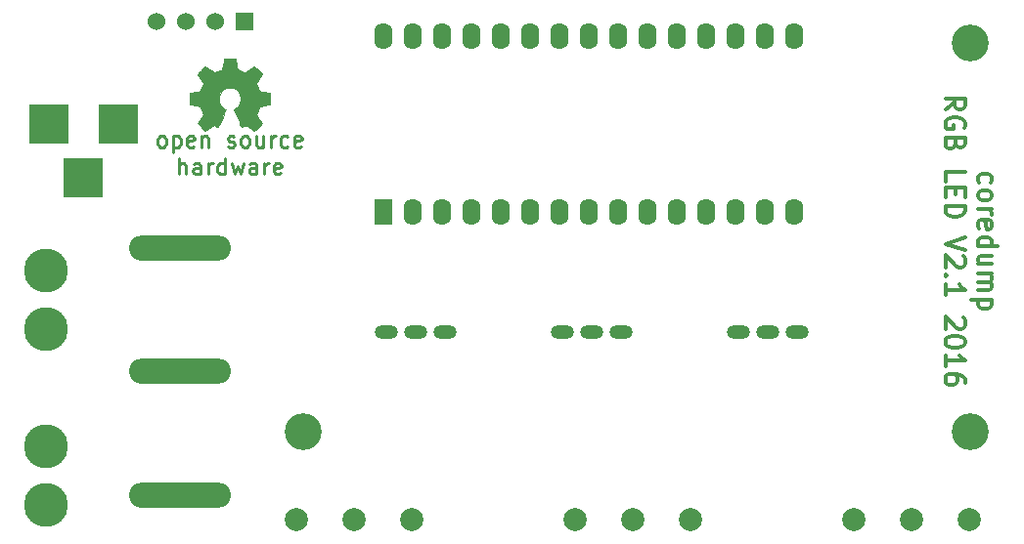
<source format=gts>
G04 #@! TF.FileFunction,Soldermask,Top*
%FSLAX46Y46*%
G04 Gerber Fmt 4.6, Leading zero omitted, Abs format (unit mm)*
G04 Created by KiCad (PCBNEW 4.0.3-stable) date Mon Sep 19 23:01:39 2016*
%MOMM*%
%LPD*%
G01*
G04 APERTURE LIST*
%ADD10C,0.150000*%
%ADD11C,0.250000*%
%ADD12C,0.300000*%
%ADD13C,0.002540*%
%ADD14O,8.800000X2.200000*%
%ADD15C,2.000000*%
%ADD16R,1.524000X1.524000*%
%ADD17C,1.524000*%
%ADD18O,1.574800X2.286000*%
%ADD19R,1.574800X2.286000*%
%ADD20C,3.810000*%
%ADD21O,2.000000X1.200000*%
%ADD22R,3.500120X3.500120*%
%ADD23C,3.200000*%
G04 APERTURE END LIST*
D10*
D11*
X32768332Y-33748333D02*
X32634999Y-33681667D01*
X32568332Y-33615000D01*
X32501666Y-33481667D01*
X32501666Y-33081667D01*
X32568332Y-32948333D01*
X32634999Y-32881667D01*
X32768332Y-32815000D01*
X32968332Y-32815000D01*
X33101666Y-32881667D01*
X33168332Y-32948333D01*
X33234999Y-33081667D01*
X33234999Y-33481667D01*
X33168332Y-33615000D01*
X33101666Y-33681667D01*
X32968332Y-33748333D01*
X32768332Y-33748333D01*
X33834999Y-32815000D02*
X33834999Y-34215000D01*
X33834999Y-32881667D02*
X33968333Y-32815000D01*
X34234999Y-32815000D01*
X34368333Y-32881667D01*
X34434999Y-32948333D01*
X34501666Y-33081667D01*
X34501666Y-33481667D01*
X34434999Y-33615000D01*
X34368333Y-33681667D01*
X34234999Y-33748333D01*
X33968333Y-33748333D01*
X33834999Y-33681667D01*
X35635000Y-33681667D02*
X35501666Y-33748333D01*
X35235000Y-33748333D01*
X35101666Y-33681667D01*
X35035000Y-33548333D01*
X35035000Y-33015000D01*
X35101666Y-32881667D01*
X35235000Y-32815000D01*
X35501666Y-32815000D01*
X35635000Y-32881667D01*
X35701666Y-33015000D01*
X35701666Y-33148333D01*
X35035000Y-33281667D01*
X36301666Y-32815000D02*
X36301666Y-33748333D01*
X36301666Y-32948333D02*
X36368333Y-32881667D01*
X36501666Y-32815000D01*
X36701666Y-32815000D01*
X36835000Y-32881667D01*
X36901666Y-33015000D01*
X36901666Y-33748333D01*
X38568334Y-33681667D02*
X38701667Y-33748333D01*
X38968334Y-33748333D01*
X39101667Y-33681667D01*
X39168334Y-33548333D01*
X39168334Y-33481667D01*
X39101667Y-33348333D01*
X38968334Y-33281667D01*
X38768334Y-33281667D01*
X38635000Y-33215000D01*
X38568334Y-33081667D01*
X38568334Y-33015000D01*
X38635000Y-32881667D01*
X38768334Y-32815000D01*
X38968334Y-32815000D01*
X39101667Y-32881667D01*
X39968333Y-33748333D02*
X39835000Y-33681667D01*
X39768333Y-33615000D01*
X39701667Y-33481667D01*
X39701667Y-33081667D01*
X39768333Y-32948333D01*
X39835000Y-32881667D01*
X39968333Y-32815000D01*
X40168333Y-32815000D01*
X40301667Y-32881667D01*
X40368333Y-32948333D01*
X40435000Y-33081667D01*
X40435000Y-33481667D01*
X40368333Y-33615000D01*
X40301667Y-33681667D01*
X40168333Y-33748333D01*
X39968333Y-33748333D01*
X41635000Y-32815000D02*
X41635000Y-33748333D01*
X41035000Y-32815000D02*
X41035000Y-33548333D01*
X41101667Y-33681667D01*
X41235000Y-33748333D01*
X41435000Y-33748333D01*
X41568334Y-33681667D01*
X41635000Y-33615000D01*
X42301667Y-33748333D02*
X42301667Y-32815000D01*
X42301667Y-33081667D02*
X42368334Y-32948333D01*
X42435001Y-32881667D01*
X42568334Y-32815000D01*
X42701667Y-32815000D01*
X43768334Y-33681667D02*
X43635001Y-33748333D01*
X43368334Y-33748333D01*
X43235001Y-33681667D01*
X43168334Y-33615000D01*
X43101668Y-33481667D01*
X43101668Y-33081667D01*
X43168334Y-32948333D01*
X43235001Y-32881667D01*
X43368334Y-32815000D01*
X43635001Y-32815000D01*
X43768334Y-32881667D01*
X44901668Y-33681667D02*
X44768334Y-33748333D01*
X44501668Y-33748333D01*
X44368334Y-33681667D01*
X44301668Y-33548333D01*
X44301668Y-33015000D01*
X44368334Y-32881667D01*
X44501668Y-32815000D01*
X44768334Y-32815000D01*
X44901668Y-32881667D01*
X44968334Y-33015000D01*
X44968334Y-33148333D01*
X44301668Y-33281667D01*
X34334999Y-36098333D02*
X34334999Y-34698333D01*
X34934999Y-36098333D02*
X34934999Y-35365000D01*
X34868333Y-35231667D01*
X34734999Y-35165000D01*
X34534999Y-35165000D01*
X34401666Y-35231667D01*
X34334999Y-35298333D01*
X36201666Y-36098333D02*
X36201666Y-35365000D01*
X36135000Y-35231667D01*
X36001666Y-35165000D01*
X35735000Y-35165000D01*
X35601666Y-35231667D01*
X36201666Y-36031667D02*
X36068333Y-36098333D01*
X35735000Y-36098333D01*
X35601666Y-36031667D01*
X35535000Y-35898333D01*
X35535000Y-35765000D01*
X35601666Y-35631667D01*
X35735000Y-35565000D01*
X36068333Y-35565000D01*
X36201666Y-35498333D01*
X36868333Y-36098333D02*
X36868333Y-35165000D01*
X36868333Y-35431667D02*
X36935000Y-35298333D01*
X37001667Y-35231667D01*
X37135000Y-35165000D01*
X37268333Y-35165000D01*
X38335000Y-36098333D02*
X38335000Y-34698333D01*
X38335000Y-36031667D02*
X38201667Y-36098333D01*
X37935000Y-36098333D01*
X37801667Y-36031667D01*
X37735000Y-35965000D01*
X37668334Y-35831667D01*
X37668334Y-35431667D01*
X37735000Y-35298333D01*
X37801667Y-35231667D01*
X37935000Y-35165000D01*
X38201667Y-35165000D01*
X38335000Y-35231667D01*
X38868334Y-35165000D02*
X39135001Y-36098333D01*
X39401667Y-35431667D01*
X39668334Y-36098333D01*
X39935001Y-35165000D01*
X41068334Y-36098333D02*
X41068334Y-35365000D01*
X41001668Y-35231667D01*
X40868334Y-35165000D01*
X40601668Y-35165000D01*
X40468334Y-35231667D01*
X41068334Y-36031667D02*
X40935001Y-36098333D01*
X40601668Y-36098333D01*
X40468334Y-36031667D01*
X40401668Y-35898333D01*
X40401668Y-35765000D01*
X40468334Y-35631667D01*
X40601668Y-35565000D01*
X40935001Y-35565000D01*
X41068334Y-35498333D01*
X41735001Y-36098333D02*
X41735001Y-35165000D01*
X41735001Y-35431667D02*
X41801668Y-35298333D01*
X41868335Y-35231667D01*
X42001668Y-35165000D01*
X42135001Y-35165000D01*
X43135002Y-36031667D02*
X43001668Y-36098333D01*
X42735002Y-36098333D01*
X42601668Y-36031667D01*
X42535002Y-35898333D01*
X42535002Y-35365000D01*
X42601668Y-35231667D01*
X42735002Y-35165000D01*
X43001668Y-35165000D01*
X43135002Y-35231667D01*
X43201668Y-35365000D01*
X43201668Y-35498333D01*
X42535002Y-35631667D01*
D12*
X103606905Y-36850476D02*
X103525952Y-36688572D01*
X103525952Y-36364762D01*
X103606905Y-36202857D01*
X103687857Y-36121905D01*
X103849762Y-36040953D01*
X104335476Y-36040953D01*
X104497381Y-36121905D01*
X104578333Y-36202857D01*
X104659286Y-36364762D01*
X104659286Y-36688572D01*
X104578333Y-36850476D01*
X103525952Y-37821905D02*
X103606905Y-37660000D01*
X103687857Y-37579048D01*
X103849762Y-37498096D01*
X104335476Y-37498096D01*
X104497381Y-37579048D01*
X104578333Y-37660000D01*
X104659286Y-37821905D01*
X104659286Y-38064762D01*
X104578333Y-38226667D01*
X104497381Y-38307619D01*
X104335476Y-38388572D01*
X103849762Y-38388572D01*
X103687857Y-38307619D01*
X103606905Y-38226667D01*
X103525952Y-38064762D01*
X103525952Y-37821905D01*
X103525952Y-39117143D02*
X104659286Y-39117143D01*
X104335476Y-39117143D02*
X104497381Y-39198095D01*
X104578333Y-39279048D01*
X104659286Y-39440952D01*
X104659286Y-39602857D01*
X103606905Y-40817143D02*
X103525952Y-40655238D01*
X103525952Y-40331429D01*
X103606905Y-40169524D01*
X103768810Y-40088572D01*
X104416429Y-40088572D01*
X104578333Y-40169524D01*
X104659286Y-40331429D01*
X104659286Y-40655238D01*
X104578333Y-40817143D01*
X104416429Y-40898095D01*
X104254524Y-40898095D01*
X104092619Y-40088572D01*
X103525952Y-42355238D02*
X105225952Y-42355238D01*
X103606905Y-42355238D02*
X103525952Y-42193334D01*
X103525952Y-41869524D01*
X103606905Y-41707619D01*
X103687857Y-41626667D01*
X103849762Y-41545715D01*
X104335476Y-41545715D01*
X104497381Y-41626667D01*
X104578333Y-41707619D01*
X104659286Y-41869524D01*
X104659286Y-42193334D01*
X104578333Y-42355238D01*
X104659286Y-43893333D02*
X103525952Y-43893333D01*
X104659286Y-43164762D02*
X103768810Y-43164762D01*
X103606905Y-43245714D01*
X103525952Y-43407619D01*
X103525952Y-43650476D01*
X103606905Y-43812381D01*
X103687857Y-43893333D01*
X103525952Y-44702857D02*
X104659286Y-44702857D01*
X104497381Y-44702857D02*
X104578333Y-44783809D01*
X104659286Y-44945714D01*
X104659286Y-45188571D01*
X104578333Y-45350476D01*
X104416429Y-45431428D01*
X103525952Y-45431428D01*
X104416429Y-45431428D02*
X104578333Y-45512381D01*
X104659286Y-45674285D01*
X104659286Y-45917143D01*
X104578333Y-46079047D01*
X104416429Y-46160000D01*
X103525952Y-46160000D01*
X104659286Y-46969524D02*
X102959286Y-46969524D01*
X104578333Y-46969524D02*
X104659286Y-47131429D01*
X104659286Y-47455238D01*
X104578333Y-47617143D01*
X104497381Y-47698095D01*
X104335476Y-47779048D01*
X103849762Y-47779048D01*
X103687857Y-47698095D01*
X103606905Y-47617143D01*
X103525952Y-47455238D01*
X103525952Y-47131429D01*
X103606905Y-46969524D01*
X100675952Y-30495713D02*
X101485476Y-29929047D01*
X100675952Y-29524285D02*
X102375952Y-29524285D01*
X102375952Y-30171904D01*
X102295000Y-30333809D01*
X102214048Y-30414761D01*
X102052143Y-30495713D01*
X101809286Y-30495713D01*
X101647381Y-30414761D01*
X101566429Y-30333809D01*
X101485476Y-30171904D01*
X101485476Y-29524285D01*
X102295000Y-32114761D02*
X102375952Y-31952856D01*
X102375952Y-31709999D01*
X102295000Y-31467142D01*
X102133095Y-31305237D01*
X101971190Y-31224285D01*
X101647381Y-31143333D01*
X101404524Y-31143333D01*
X101080714Y-31224285D01*
X100918810Y-31305237D01*
X100756905Y-31467142D01*
X100675952Y-31709999D01*
X100675952Y-31871904D01*
X100756905Y-32114761D01*
X100837857Y-32195713D01*
X101404524Y-32195713D01*
X101404524Y-31871904D01*
X101566429Y-33490952D02*
X101485476Y-33733809D01*
X101404524Y-33814761D01*
X101242619Y-33895713D01*
X100999762Y-33895713D01*
X100837857Y-33814761D01*
X100756905Y-33733809D01*
X100675952Y-33571904D01*
X100675952Y-32924285D01*
X102375952Y-32924285D01*
X102375952Y-33490952D01*
X102295000Y-33652856D01*
X102214048Y-33733809D01*
X102052143Y-33814761D01*
X101890238Y-33814761D01*
X101728333Y-33733809D01*
X101647381Y-33652856D01*
X101566429Y-33490952D01*
X101566429Y-32924285D01*
X100675952Y-36729047D02*
X100675952Y-35919523D01*
X102375952Y-35919523D01*
X101566429Y-37295713D02*
X101566429Y-37862380D01*
X100675952Y-38105237D02*
X100675952Y-37295713D01*
X102375952Y-37295713D01*
X102375952Y-38105237D01*
X100675952Y-38833808D02*
X102375952Y-38833808D01*
X102375952Y-39238570D01*
X102295000Y-39481427D01*
X102133095Y-39643332D01*
X101971190Y-39724284D01*
X101647381Y-39805236D01*
X101404524Y-39805236D01*
X101080714Y-39724284D01*
X100918810Y-39643332D01*
X100756905Y-39481427D01*
X100675952Y-39238570D01*
X100675952Y-38833808D01*
X102375952Y-41586189D02*
X100675952Y-42152855D01*
X102375952Y-42719522D01*
X102214048Y-43205237D02*
X102295000Y-43286189D01*
X102375952Y-43448094D01*
X102375952Y-43852856D01*
X102295000Y-44014760D01*
X102214048Y-44095713D01*
X102052143Y-44176665D01*
X101890238Y-44176665D01*
X101647381Y-44095713D01*
X100675952Y-43124284D01*
X100675952Y-44176665D01*
X100837857Y-44905237D02*
X100756905Y-44986189D01*
X100675952Y-44905237D01*
X100756905Y-44824285D01*
X100837857Y-44905237D01*
X100675952Y-44905237D01*
X100675952Y-46605237D02*
X100675952Y-45633809D01*
X100675952Y-46119523D02*
X102375952Y-46119523D01*
X102133095Y-45957618D01*
X101971190Y-45795713D01*
X101890238Y-45633809D01*
X102214048Y-48548095D02*
X102295000Y-48629047D01*
X102375952Y-48790952D01*
X102375952Y-49195714D01*
X102295000Y-49357618D01*
X102214048Y-49438571D01*
X102052143Y-49519523D01*
X101890238Y-49519523D01*
X101647381Y-49438571D01*
X100675952Y-48467142D01*
X100675952Y-49519523D01*
X102375952Y-50571904D02*
X102375952Y-50733809D01*
X102295000Y-50895714D01*
X102214048Y-50976666D01*
X102052143Y-51057619D01*
X101728333Y-51138571D01*
X101323571Y-51138571D01*
X100999762Y-51057619D01*
X100837857Y-50976666D01*
X100756905Y-50895714D01*
X100675952Y-50733809D01*
X100675952Y-50571904D01*
X100756905Y-50410000D01*
X100837857Y-50329047D01*
X100999762Y-50248095D01*
X101323571Y-50167143D01*
X101728333Y-50167143D01*
X102052143Y-50248095D01*
X102214048Y-50329047D01*
X102295000Y-50410000D01*
X102375952Y-50571904D01*
X100675952Y-52757619D02*
X100675952Y-51786191D01*
X100675952Y-52271905D02*
X102375952Y-52271905D01*
X102133095Y-52110000D01*
X101971190Y-51948095D01*
X101890238Y-51786191D01*
X102375952Y-54214762D02*
X102375952Y-53890953D01*
X102295000Y-53729048D01*
X102214048Y-53648096D01*
X101971190Y-53486191D01*
X101647381Y-53405239D01*
X100999762Y-53405239D01*
X100837857Y-53486191D01*
X100756905Y-53567143D01*
X100675952Y-53729048D01*
X100675952Y-54052858D01*
X100756905Y-54214762D01*
X100837857Y-54295715D01*
X100999762Y-54376667D01*
X101404524Y-54376667D01*
X101566429Y-54295715D01*
X101647381Y-54214762D01*
X101728333Y-54052858D01*
X101728333Y-53729048D01*
X101647381Y-53567143D01*
X101566429Y-53486191D01*
X101404524Y-53405239D01*
D13*
G36*
X36614100Y-32354520D02*
X36649660Y-32334200D01*
X36733480Y-32283400D01*
X36850320Y-32207200D01*
X36987480Y-32113220D01*
X37127180Y-32019240D01*
X37238940Y-31943040D01*
X37320220Y-31892240D01*
X37353240Y-31874460D01*
X37371020Y-31879540D01*
X37437060Y-31912560D01*
X37533580Y-31960820D01*
X37586920Y-31991300D01*
X37675820Y-32029400D01*
X37719000Y-32037020D01*
X37726620Y-32024320D01*
X37759640Y-31955740D01*
X37810440Y-31841440D01*
X37876480Y-31691580D01*
X37950140Y-31513780D01*
X38031420Y-31320740D01*
X38112700Y-31125160D01*
X38191440Y-30939740D01*
X38260020Y-30772100D01*
X38313360Y-30634940D01*
X38351460Y-30540960D01*
X38364160Y-30500320D01*
X38359080Y-30492700D01*
X38315900Y-30449520D01*
X38239700Y-30391100D01*
X38074600Y-30256480D01*
X37909500Y-30053280D01*
X37810440Y-29822140D01*
X37777420Y-29563060D01*
X37805360Y-29324300D01*
X37899340Y-29095700D01*
X38059360Y-28889960D01*
X38252400Y-28737560D01*
X38481000Y-28638500D01*
X38735000Y-28608020D01*
X38978840Y-28635960D01*
X39212520Y-28727400D01*
X39418260Y-28884880D01*
X39507160Y-28986480D01*
X39626540Y-29194760D01*
X39695120Y-29418280D01*
X39702740Y-29474160D01*
X39692580Y-29720540D01*
X39618920Y-29956760D01*
X39489380Y-30167580D01*
X39309040Y-30340300D01*
X39286180Y-30355540D01*
X39202360Y-30419040D01*
X39146480Y-30462220D01*
X39103300Y-30497780D01*
X39415720Y-31249620D01*
X39466520Y-31371540D01*
X39552880Y-31577280D01*
X39629080Y-31755080D01*
X39687500Y-31894780D01*
X39730680Y-31988760D01*
X39748460Y-32026860D01*
X39751000Y-32029400D01*
X39778940Y-32034480D01*
X39834820Y-32014160D01*
X39941500Y-31963360D01*
X40010080Y-31927800D01*
X40091360Y-31887160D01*
X40126920Y-31874460D01*
X40157400Y-31889700D01*
X40233600Y-31940500D01*
X40345360Y-32014160D01*
X40479980Y-32105600D01*
X40609520Y-32194500D01*
X40726360Y-32270700D01*
X40812720Y-32326580D01*
X40853360Y-32349440D01*
X40860980Y-32349440D01*
X40899080Y-32329120D01*
X40965120Y-32270700D01*
X41069260Y-32174180D01*
X41214040Y-32031940D01*
X41236900Y-32009080D01*
X41356280Y-31887160D01*
X41452800Y-31785560D01*
X41516300Y-31714440D01*
X41541700Y-31681420D01*
X41541700Y-31681420D01*
X41518840Y-31640780D01*
X41465500Y-31554420D01*
X41386760Y-31435040D01*
X41290240Y-31295340D01*
X41041320Y-30932120D01*
X41178480Y-30589220D01*
X41221660Y-30485080D01*
X41275000Y-30358080D01*
X41313100Y-30266640D01*
X41333420Y-30228540D01*
X41371520Y-30213300D01*
X41465500Y-30192980D01*
X41600120Y-30165040D01*
X41762680Y-30134560D01*
X41917620Y-30104080D01*
X42057320Y-30078680D01*
X42156380Y-30058360D01*
X42202100Y-30050740D01*
X42212260Y-30043120D01*
X42222420Y-30022800D01*
X42227500Y-29974540D01*
X42232580Y-29890720D01*
X42232580Y-29756100D01*
X42232580Y-29563060D01*
X42232580Y-29542740D01*
X42232580Y-29357320D01*
X42227500Y-29212540D01*
X42222420Y-29116020D01*
X42217340Y-29077920D01*
X42217340Y-29077920D01*
X42174160Y-29067760D01*
X42075100Y-29047440D01*
X41935400Y-29019500D01*
X41770300Y-28989020D01*
X41760140Y-28986480D01*
X41592500Y-28953460D01*
X41455340Y-28925520D01*
X41358820Y-28902660D01*
X41315640Y-28889960D01*
X41308020Y-28879800D01*
X41275000Y-28813760D01*
X41226740Y-28712160D01*
X41173400Y-28585160D01*
X41117520Y-28455620D01*
X41071800Y-28338780D01*
X41041320Y-28252420D01*
X41031160Y-28211780D01*
X41031160Y-28211780D01*
X41056560Y-28171140D01*
X41112440Y-28087320D01*
X41193720Y-27967940D01*
X41290240Y-27825700D01*
X41297860Y-27815540D01*
X41391840Y-27675840D01*
X41470580Y-27556460D01*
X41521380Y-27472640D01*
X41541700Y-27434540D01*
X41539160Y-27432000D01*
X41508680Y-27391360D01*
X41437560Y-27310080D01*
X41335960Y-27203400D01*
X41211500Y-27081480D01*
X41173400Y-27043380D01*
X41038780Y-26908760D01*
X40942260Y-26822400D01*
X40883840Y-26776680D01*
X40855900Y-26766520D01*
X40855900Y-26766520D01*
X40812720Y-26791920D01*
X40723820Y-26850340D01*
X40604440Y-26931620D01*
X40462200Y-27028140D01*
X40452040Y-27033220D01*
X40312340Y-27129740D01*
X40195500Y-27208480D01*
X40114220Y-27264360D01*
X40078660Y-27284680D01*
X40071040Y-27284680D01*
X40015160Y-27269440D01*
X39916100Y-27233880D01*
X39791640Y-27185620D01*
X39662100Y-27134820D01*
X39545260Y-27084020D01*
X39456360Y-27043380D01*
X39415720Y-27020520D01*
X39413180Y-27017980D01*
X39400480Y-26967180D01*
X39375080Y-26863040D01*
X39344600Y-26718260D01*
X39314120Y-26548080D01*
X39309040Y-26520140D01*
X39276020Y-26355040D01*
X39250620Y-26215340D01*
X39230300Y-26121360D01*
X39220140Y-26080720D01*
X39197280Y-26075640D01*
X39116000Y-26070560D01*
X38991540Y-26068020D01*
X38839140Y-26065480D01*
X38681660Y-26065480D01*
X38526720Y-26070560D01*
X38394640Y-26075640D01*
X38300660Y-26080720D01*
X38262560Y-26088340D01*
X38260020Y-26090880D01*
X38244780Y-26141680D01*
X38221920Y-26248360D01*
X38193980Y-26393140D01*
X38160960Y-26563320D01*
X38155880Y-26593800D01*
X38122860Y-26761440D01*
X38094920Y-26898600D01*
X38074600Y-26990040D01*
X38064440Y-27028140D01*
X38049200Y-27035760D01*
X37980620Y-27066240D01*
X37868860Y-27111960D01*
X37731700Y-27167840D01*
X37411660Y-27297380D01*
X37017960Y-27028140D01*
X36982400Y-27005280D01*
X36840160Y-26908760D01*
X36725860Y-26830020D01*
X36644580Y-26779220D01*
X36611560Y-26758900D01*
X36609020Y-26761440D01*
X36568380Y-26794460D01*
X36489640Y-26868120D01*
X36385500Y-26972260D01*
X36261040Y-27094180D01*
X36169600Y-27185620D01*
X36060380Y-27297380D01*
X35991800Y-27371040D01*
X35956240Y-27419300D01*
X35941000Y-27447240D01*
X35946080Y-27465020D01*
X35971480Y-27505660D01*
X36027360Y-27592020D01*
X36108640Y-27711400D01*
X36205160Y-27851100D01*
X36283900Y-27967940D01*
X36367720Y-28100020D01*
X36423600Y-28194000D01*
X36443920Y-28239720D01*
X36438840Y-28257500D01*
X36410900Y-28336240D01*
X36365180Y-28450540D01*
X36304220Y-28590240D01*
X36169600Y-28900120D01*
X35963860Y-28940760D01*
X35841940Y-28963620D01*
X35669220Y-28996640D01*
X35504120Y-29029660D01*
X35245040Y-29077920D01*
X35234880Y-30025340D01*
X35275520Y-30043120D01*
X35313620Y-30053280D01*
X35410140Y-30073600D01*
X35547300Y-30101540D01*
X35707320Y-30132020D01*
X35844480Y-30157420D01*
X35981640Y-30185360D01*
X36080700Y-30203140D01*
X36126420Y-30213300D01*
X36136580Y-30228540D01*
X36172140Y-30294580D01*
X36220400Y-30401260D01*
X36276280Y-30528260D01*
X36332160Y-30662880D01*
X36380420Y-30784800D01*
X36413440Y-30878780D01*
X36426140Y-30927040D01*
X36408360Y-30962600D01*
X36355020Y-31043880D01*
X36278820Y-31160720D01*
X36184840Y-31297880D01*
X36090860Y-31435040D01*
X36012120Y-31551880D01*
X35956240Y-31635700D01*
X35933380Y-31673800D01*
X35946080Y-31701740D01*
X35999420Y-31767780D01*
X36103560Y-31874460D01*
X36258500Y-32026860D01*
X36283900Y-32052260D01*
X36405820Y-32169100D01*
X36509960Y-32265620D01*
X36581080Y-32329120D01*
X36614100Y-32354520D01*
X36614100Y-32354520D01*
G37*
X36614100Y-32354520D02*
X36649660Y-32334200D01*
X36733480Y-32283400D01*
X36850320Y-32207200D01*
X36987480Y-32113220D01*
X37127180Y-32019240D01*
X37238940Y-31943040D01*
X37320220Y-31892240D01*
X37353240Y-31874460D01*
X37371020Y-31879540D01*
X37437060Y-31912560D01*
X37533580Y-31960820D01*
X37586920Y-31991300D01*
X37675820Y-32029400D01*
X37719000Y-32037020D01*
X37726620Y-32024320D01*
X37759640Y-31955740D01*
X37810440Y-31841440D01*
X37876480Y-31691580D01*
X37950140Y-31513780D01*
X38031420Y-31320740D01*
X38112700Y-31125160D01*
X38191440Y-30939740D01*
X38260020Y-30772100D01*
X38313360Y-30634940D01*
X38351460Y-30540960D01*
X38364160Y-30500320D01*
X38359080Y-30492700D01*
X38315900Y-30449520D01*
X38239700Y-30391100D01*
X38074600Y-30256480D01*
X37909500Y-30053280D01*
X37810440Y-29822140D01*
X37777420Y-29563060D01*
X37805360Y-29324300D01*
X37899340Y-29095700D01*
X38059360Y-28889960D01*
X38252400Y-28737560D01*
X38481000Y-28638500D01*
X38735000Y-28608020D01*
X38978840Y-28635960D01*
X39212520Y-28727400D01*
X39418260Y-28884880D01*
X39507160Y-28986480D01*
X39626540Y-29194760D01*
X39695120Y-29418280D01*
X39702740Y-29474160D01*
X39692580Y-29720540D01*
X39618920Y-29956760D01*
X39489380Y-30167580D01*
X39309040Y-30340300D01*
X39286180Y-30355540D01*
X39202360Y-30419040D01*
X39146480Y-30462220D01*
X39103300Y-30497780D01*
X39415720Y-31249620D01*
X39466520Y-31371540D01*
X39552880Y-31577280D01*
X39629080Y-31755080D01*
X39687500Y-31894780D01*
X39730680Y-31988760D01*
X39748460Y-32026860D01*
X39751000Y-32029400D01*
X39778940Y-32034480D01*
X39834820Y-32014160D01*
X39941500Y-31963360D01*
X40010080Y-31927800D01*
X40091360Y-31887160D01*
X40126920Y-31874460D01*
X40157400Y-31889700D01*
X40233600Y-31940500D01*
X40345360Y-32014160D01*
X40479980Y-32105600D01*
X40609520Y-32194500D01*
X40726360Y-32270700D01*
X40812720Y-32326580D01*
X40853360Y-32349440D01*
X40860980Y-32349440D01*
X40899080Y-32329120D01*
X40965120Y-32270700D01*
X41069260Y-32174180D01*
X41214040Y-32031940D01*
X41236900Y-32009080D01*
X41356280Y-31887160D01*
X41452800Y-31785560D01*
X41516300Y-31714440D01*
X41541700Y-31681420D01*
X41541700Y-31681420D01*
X41518840Y-31640780D01*
X41465500Y-31554420D01*
X41386760Y-31435040D01*
X41290240Y-31295340D01*
X41041320Y-30932120D01*
X41178480Y-30589220D01*
X41221660Y-30485080D01*
X41275000Y-30358080D01*
X41313100Y-30266640D01*
X41333420Y-30228540D01*
X41371520Y-30213300D01*
X41465500Y-30192980D01*
X41600120Y-30165040D01*
X41762680Y-30134560D01*
X41917620Y-30104080D01*
X42057320Y-30078680D01*
X42156380Y-30058360D01*
X42202100Y-30050740D01*
X42212260Y-30043120D01*
X42222420Y-30022800D01*
X42227500Y-29974540D01*
X42232580Y-29890720D01*
X42232580Y-29756100D01*
X42232580Y-29563060D01*
X42232580Y-29542740D01*
X42232580Y-29357320D01*
X42227500Y-29212540D01*
X42222420Y-29116020D01*
X42217340Y-29077920D01*
X42217340Y-29077920D01*
X42174160Y-29067760D01*
X42075100Y-29047440D01*
X41935400Y-29019500D01*
X41770300Y-28989020D01*
X41760140Y-28986480D01*
X41592500Y-28953460D01*
X41455340Y-28925520D01*
X41358820Y-28902660D01*
X41315640Y-28889960D01*
X41308020Y-28879800D01*
X41275000Y-28813760D01*
X41226740Y-28712160D01*
X41173400Y-28585160D01*
X41117520Y-28455620D01*
X41071800Y-28338780D01*
X41041320Y-28252420D01*
X41031160Y-28211780D01*
X41031160Y-28211780D01*
X41056560Y-28171140D01*
X41112440Y-28087320D01*
X41193720Y-27967940D01*
X41290240Y-27825700D01*
X41297860Y-27815540D01*
X41391840Y-27675840D01*
X41470580Y-27556460D01*
X41521380Y-27472640D01*
X41541700Y-27434540D01*
X41539160Y-27432000D01*
X41508680Y-27391360D01*
X41437560Y-27310080D01*
X41335960Y-27203400D01*
X41211500Y-27081480D01*
X41173400Y-27043380D01*
X41038780Y-26908760D01*
X40942260Y-26822400D01*
X40883840Y-26776680D01*
X40855900Y-26766520D01*
X40855900Y-26766520D01*
X40812720Y-26791920D01*
X40723820Y-26850340D01*
X40604440Y-26931620D01*
X40462200Y-27028140D01*
X40452040Y-27033220D01*
X40312340Y-27129740D01*
X40195500Y-27208480D01*
X40114220Y-27264360D01*
X40078660Y-27284680D01*
X40071040Y-27284680D01*
X40015160Y-27269440D01*
X39916100Y-27233880D01*
X39791640Y-27185620D01*
X39662100Y-27134820D01*
X39545260Y-27084020D01*
X39456360Y-27043380D01*
X39415720Y-27020520D01*
X39413180Y-27017980D01*
X39400480Y-26967180D01*
X39375080Y-26863040D01*
X39344600Y-26718260D01*
X39314120Y-26548080D01*
X39309040Y-26520140D01*
X39276020Y-26355040D01*
X39250620Y-26215340D01*
X39230300Y-26121360D01*
X39220140Y-26080720D01*
X39197280Y-26075640D01*
X39116000Y-26070560D01*
X38991540Y-26068020D01*
X38839140Y-26065480D01*
X38681660Y-26065480D01*
X38526720Y-26070560D01*
X38394640Y-26075640D01*
X38300660Y-26080720D01*
X38262560Y-26088340D01*
X38260020Y-26090880D01*
X38244780Y-26141680D01*
X38221920Y-26248360D01*
X38193980Y-26393140D01*
X38160960Y-26563320D01*
X38155880Y-26593800D01*
X38122860Y-26761440D01*
X38094920Y-26898600D01*
X38074600Y-26990040D01*
X38064440Y-27028140D01*
X38049200Y-27035760D01*
X37980620Y-27066240D01*
X37868860Y-27111960D01*
X37731700Y-27167840D01*
X37411660Y-27297380D01*
X37017960Y-27028140D01*
X36982400Y-27005280D01*
X36840160Y-26908760D01*
X36725860Y-26830020D01*
X36644580Y-26779220D01*
X36611560Y-26758900D01*
X36609020Y-26761440D01*
X36568380Y-26794460D01*
X36489640Y-26868120D01*
X36385500Y-26972260D01*
X36261040Y-27094180D01*
X36169600Y-27185620D01*
X36060380Y-27297380D01*
X35991800Y-27371040D01*
X35956240Y-27419300D01*
X35941000Y-27447240D01*
X35946080Y-27465020D01*
X35971480Y-27505660D01*
X36027360Y-27592020D01*
X36108640Y-27711400D01*
X36205160Y-27851100D01*
X36283900Y-27967940D01*
X36367720Y-28100020D01*
X36423600Y-28194000D01*
X36443920Y-28239720D01*
X36438840Y-28257500D01*
X36410900Y-28336240D01*
X36365180Y-28450540D01*
X36304220Y-28590240D01*
X36169600Y-28900120D01*
X35963860Y-28940760D01*
X35841940Y-28963620D01*
X35669220Y-28996640D01*
X35504120Y-29029660D01*
X35245040Y-29077920D01*
X35234880Y-30025340D01*
X35275520Y-30043120D01*
X35313620Y-30053280D01*
X35410140Y-30073600D01*
X35547300Y-30101540D01*
X35707320Y-30132020D01*
X35844480Y-30157420D01*
X35981640Y-30185360D01*
X36080700Y-30203140D01*
X36126420Y-30213300D01*
X36136580Y-30228540D01*
X36172140Y-30294580D01*
X36220400Y-30401260D01*
X36276280Y-30528260D01*
X36332160Y-30662880D01*
X36380420Y-30784800D01*
X36413440Y-30878780D01*
X36426140Y-30927040D01*
X36408360Y-30962600D01*
X36355020Y-31043880D01*
X36278820Y-31160720D01*
X36184840Y-31297880D01*
X36090860Y-31435040D01*
X36012120Y-31551880D01*
X35956240Y-31635700D01*
X35933380Y-31673800D01*
X35946080Y-31701740D01*
X35999420Y-31767780D01*
X36103560Y-31874460D01*
X36258500Y-32026860D01*
X36283900Y-32052260D01*
X36405820Y-32169100D01*
X36509960Y-32265620D01*
X36581080Y-32329120D01*
X36614100Y-32354520D01*
D14*
X34460000Y-63910000D03*
X34460000Y-53210000D03*
X34460000Y-42510000D03*
D15*
X44530000Y-66040000D03*
X49530000Y-66040000D03*
X54530000Y-66040000D03*
D16*
X40005000Y-22860000D03*
D17*
X37465000Y-22860000D03*
X34925000Y-22860000D03*
X32385000Y-22860000D03*
D18*
X87630000Y-24130000D03*
X85090000Y-24130000D03*
X82550000Y-24130000D03*
X80010000Y-24130000D03*
X77470000Y-24130000D03*
X74930000Y-24130000D03*
X72390000Y-24130000D03*
X69850000Y-24130000D03*
X67310000Y-24130000D03*
X64770000Y-24130000D03*
X62230000Y-24130000D03*
X59690000Y-24130000D03*
X57150000Y-24130000D03*
X54610000Y-24130000D03*
X52070000Y-24130000D03*
D19*
X52070000Y-39370000D03*
D18*
X54610000Y-39370000D03*
X57150000Y-39370000D03*
X59690000Y-39370000D03*
X62230000Y-39370000D03*
X64770000Y-39370000D03*
X67310000Y-39370000D03*
X69850000Y-39370000D03*
X72390000Y-39370000D03*
X74930000Y-39370000D03*
X77470000Y-39370000D03*
X80010000Y-39370000D03*
X82550000Y-39370000D03*
X85090000Y-39370000D03*
X87630000Y-39370000D03*
D20*
X22860000Y-44450000D03*
X22860000Y-49530000D03*
X22860000Y-59690000D03*
X22860000Y-64770000D03*
D21*
X52260000Y-49770000D03*
X54800000Y-49770000D03*
X57340000Y-49770000D03*
X67500000Y-49770000D03*
X70040000Y-49770000D03*
X72580000Y-49770000D03*
X82740000Y-49770000D03*
X85280000Y-49770000D03*
X87820000Y-49770000D03*
D15*
X68660000Y-66040000D03*
X73660000Y-66040000D03*
X78660000Y-66040000D03*
X92790000Y-66040000D03*
X97790000Y-66040000D03*
X102790000Y-66040000D03*
D22*
X29060140Y-31750000D03*
X23060660Y-31750000D03*
X26060400Y-36449000D03*
D23*
X102870000Y-24765000D03*
X45085000Y-58420000D03*
X102870000Y-58420000D03*
M02*

</source>
